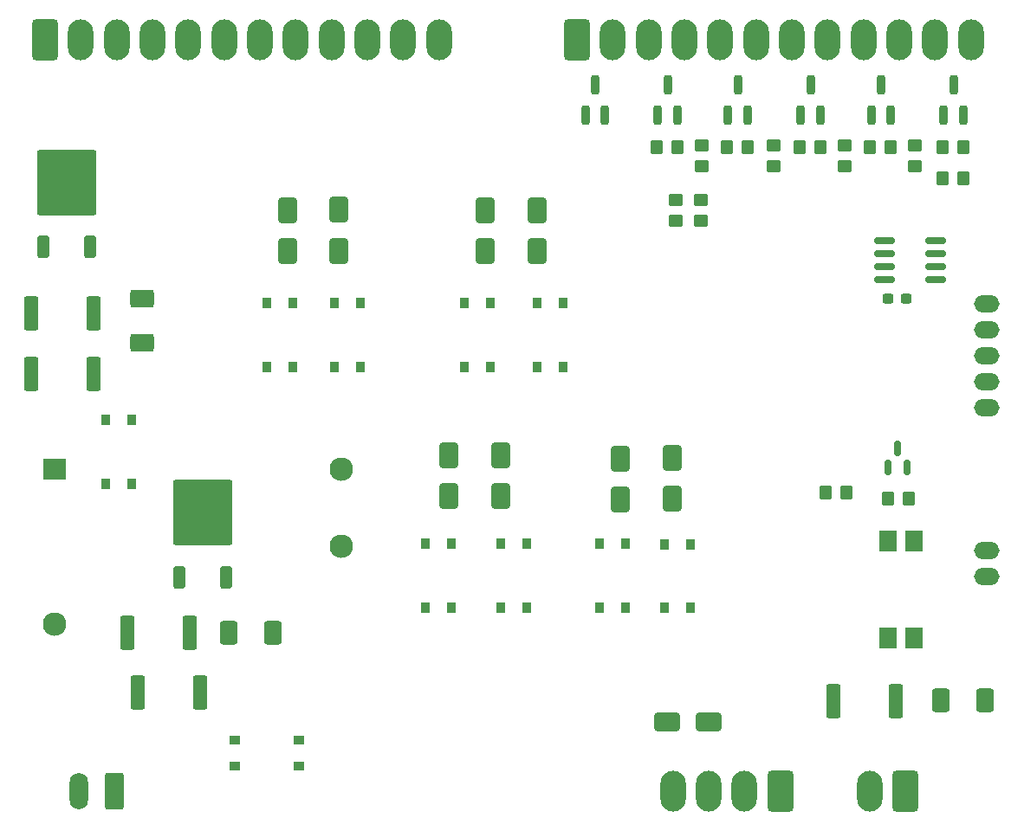
<source format=gbr>
%TF.GenerationSoftware,KiCad,Pcbnew,8.0.2*%
%TF.CreationDate,2024-12-10T14:01:00+01:00*%
%TF.ProjectId,energie,656e6572-6769-4652-9e6b-696361645f70,rev?*%
%TF.SameCoordinates,Original*%
%TF.FileFunction,Soldermask,Bot*%
%TF.FilePolarity,Negative*%
%FSLAX46Y46*%
G04 Gerber Fmt 4.6, Leading zero omitted, Abs format (unit mm)*
G04 Created by KiCad (PCBNEW 8.0.2) date 2024-12-10 14:01:00*
%MOMM*%
%LPD*%
G01*
G04 APERTURE LIST*
G04 Aperture macros list*
%AMRoundRect*
0 Rectangle with rounded corners*
0 $1 Rounding radius*
0 $2 $3 $4 $5 $6 $7 $8 $9 X,Y pos of 4 corners*
0 Add a 4 corners polygon primitive as box body*
4,1,4,$2,$3,$4,$5,$6,$7,$8,$9,$2,$3,0*
0 Add four circle primitives for the rounded corners*
1,1,$1+$1,$2,$3*
1,1,$1+$1,$4,$5*
1,1,$1+$1,$6,$7*
1,1,$1+$1,$8,$9*
0 Add four rect primitives between the rounded corners*
20,1,$1+$1,$2,$3,$4,$5,0*
20,1,$1+$1,$4,$5,$6,$7,0*
20,1,$1+$1,$6,$7,$8,$9,0*
20,1,$1+$1,$8,$9,$2,$3,0*%
G04 Aperture macros list end*
%ADD10RoundRect,0.347223X0.902777X1.652777X-0.902777X1.652777X-0.902777X-1.652777X0.902777X-1.652777X0*%
%ADD11O,2.500000X4.000000*%
%ADD12RoundRect,0.250000X0.650000X1.550000X-0.650000X1.550000X-0.650000X-1.550000X0.650000X-1.550000X0*%
%ADD13O,1.800000X3.600000*%
%ADD14RoundRect,0.347223X-0.902777X-1.652777X0.902777X-1.652777X0.902777X1.652777X-0.902777X1.652777X0*%
%ADD15O,2.500000X1.700000*%
%ADD16R,2.300000X2.000000*%
%ADD17C,2.300000*%
%ADD18RoundRect,0.200000X0.200000X-0.750000X0.200000X0.750000X-0.200000X0.750000X-0.200000X-0.750000X0*%
%ADD19R,1.140000X0.910000*%
%ADD20RoundRect,0.250000X-0.450000X0.350000X-0.450000X-0.350000X0.450000X-0.350000X0.450000X0.350000X0*%
%ADD21RoundRect,0.250000X-0.650000X1.000000X-0.650000X-1.000000X0.650000X-1.000000X0.650000X1.000000X0*%
%ADD22RoundRect,0.250000X0.350000X0.450000X-0.350000X0.450000X-0.350000X-0.450000X0.350000X-0.450000X0*%
%ADD23RoundRect,0.250000X-0.350000X-0.450000X0.350000X-0.450000X0.350000X0.450000X-0.350000X0.450000X0*%
%ADD24RoundRect,0.249999X-0.450001X-1.425001X0.450001X-1.425001X0.450001X1.425001X-0.450001X1.425001X0*%
%ADD25RoundRect,0.250000X0.650000X-1.000000X0.650000X1.000000X-0.650000X1.000000X-0.650000X-1.000000X0*%
%ADD26R,0.910000X1.140000*%
%ADD27RoundRect,0.250000X0.350000X-0.850000X0.350000X0.850000X-0.350000X0.850000X-0.350000X-0.850000X0*%
%ADD28RoundRect,0.249997X2.650003X-2.950003X2.650003X2.950003X-2.650003X2.950003X-2.650003X-2.950003X0*%
%ADD29RoundRect,0.250001X0.612499X0.899999X-0.612499X0.899999X-0.612499X-0.899999X0.612499X-0.899999X0*%
%ADD30RoundRect,0.237500X0.300000X0.237500X-0.300000X0.237500X-0.300000X-0.237500X0.300000X-0.237500X0*%
%ADD31RoundRect,0.250000X1.000000X0.650000X-1.000000X0.650000X-1.000000X-0.650000X1.000000X-0.650000X0*%
%ADD32R,1.780000X2.000000*%
%ADD33RoundRect,0.249999X0.450001X1.425001X-0.450001X1.425001X-0.450001X-1.425001X0.450001X-1.425001X0*%
%ADD34RoundRect,0.250000X0.450000X-0.350000X0.450000X0.350000X-0.450000X0.350000X-0.450000X-0.350000X0*%
%ADD35RoundRect,0.150000X0.825000X0.150000X-0.825000X0.150000X-0.825000X-0.150000X0.825000X-0.150000X0*%
%ADD36RoundRect,0.150000X0.150000X-0.587500X0.150000X0.587500X-0.150000X0.587500X-0.150000X-0.587500X0*%
%ADD37RoundRect,0.250001X-0.899999X0.612499X-0.899999X-0.612499X0.899999X-0.612499X0.899999X0.612499X0*%
G04 APERTURE END LIST*
D10*
%TO.C,J4*%
X153812000Y-130429000D03*
D11*
X150312000Y-130429000D03*
X146812000Y-130429000D03*
X143312000Y-130429000D03*
%TD*%
D12*
%TO.C,J9*%
X88773000Y-130429000D03*
D13*
X85273000Y-130429000D03*
%TD*%
D14*
%TO.C,J1*%
X133950000Y-57000000D03*
D11*
X137450000Y-57000000D03*
X140950000Y-57000000D03*
X144450000Y-57000000D03*
X147950000Y-57000000D03*
X151450000Y-57000000D03*
X154950000Y-57000000D03*
X158450000Y-57000000D03*
X161950000Y-57000000D03*
X165450000Y-57000000D03*
X168950000Y-57000000D03*
X172450000Y-57000000D03*
%TD*%
D15*
%TO.C,J2*%
X173990000Y-92964000D03*
X173990000Y-90424000D03*
X173990000Y-87884000D03*
X173990000Y-85344000D03*
X173990000Y-82804000D03*
%TD*%
D14*
%TO.C,J5*%
X81964500Y-57000000D03*
D11*
X85464500Y-57000000D03*
X88964500Y-57000000D03*
X92464500Y-57000000D03*
X95964500Y-57000000D03*
X99464500Y-57000000D03*
X102964500Y-57000000D03*
X106464500Y-57000000D03*
X109964500Y-57000000D03*
X113464500Y-57000000D03*
X116964500Y-57000000D03*
X120464500Y-57000000D03*
%TD*%
D10*
%TO.C,J3*%
X166060000Y-130429000D03*
D11*
X162560000Y-130429000D03*
%TD*%
D15*
%TO.C,J8*%
X173990000Y-106929000D03*
X173990000Y-109469000D03*
%TD*%
D16*
%TO.C,PS1*%
X82901000Y-98943500D03*
D17*
X82901000Y-114143500D03*
X110901000Y-98943500D03*
X110901000Y-106543500D03*
%TD*%
D18*
%TO.C,D3*%
X150617000Y-64365000D03*
X148717000Y-64365000D03*
X149667000Y-61365000D03*
%TD*%
D19*
%TO.C,U8*%
X106742000Y-125476000D03*
X106742000Y-128016000D03*
X100522000Y-128016000D03*
X100522000Y-125476000D03*
%TD*%
D20*
%TO.C,R24*%
X153162000Y-67337000D03*
X153162000Y-69337000D03*
%TD*%
D21*
%TO.C,D11*%
X138176000Y-97927000D03*
X138176000Y-101927000D03*
%TD*%
D22*
%TO.C,R21*%
X171688000Y-70485000D03*
X169688000Y-70485000D03*
%TD*%
D23*
%TO.C,R2*%
X141748000Y-67437000D03*
X143748000Y-67437000D03*
%TD*%
D24*
%TO.C,R19*%
X80643000Y-83693000D03*
X86743000Y-83693000D03*
%TD*%
D18*
%TO.C,D5*%
X164603000Y-64365000D03*
X162703000Y-64365000D03*
X163653000Y-61365000D03*
%TD*%
D25*
%TO.C,D22*%
X110700000Y-77600000D03*
X110700000Y-73600000D03*
%TD*%
D21*
%TO.C,D13*%
X121401000Y-97578000D03*
X121401000Y-101578000D03*
%TD*%
D26*
%TO.C,U14*%
X132570000Y-88976000D03*
X130030000Y-88976000D03*
X130030000Y-82756000D03*
X132570000Y-82756000D03*
%TD*%
%TO.C,U15*%
X112754000Y-88947000D03*
X110214000Y-88947000D03*
X110214000Y-82727000D03*
X112754000Y-82727000D03*
%TD*%
D27*
%TO.C,D19*%
X86360000Y-77216000D03*
D28*
X84080000Y-70916000D03*
D27*
X81800000Y-77216000D03*
%TD*%
D24*
%TO.C,R16*%
X91057000Y-120777000D03*
X97157000Y-120777000D03*
%TD*%
D20*
%TO.C,R26*%
X146050000Y-72644000D03*
X146050000Y-74644000D03*
%TD*%
%TO.C,R22*%
X167005000Y-67337000D03*
X167005000Y-69337000D03*
%TD*%
D26*
%TO.C,U11*%
X125458000Y-88976000D03*
X122918000Y-88976000D03*
X122918000Y-82756000D03*
X125458000Y-82756000D03*
%TD*%
D18*
%TO.C,D6*%
X171699000Y-64365000D03*
X169799000Y-64365000D03*
X170749000Y-61365000D03*
%TD*%
D22*
%TO.C,R13*%
X166354000Y-101854000D03*
X164354000Y-101854000D03*
%TD*%
D25*
%TO.C,D10*%
X143256000Y-101832000D03*
X143256000Y-97832000D03*
%TD*%
D29*
%TO.C,C12*%
X104219700Y-114960400D03*
X99894700Y-114960400D03*
%TD*%
D24*
%TO.C,R14*%
X159002000Y-121666000D03*
X165102000Y-121666000D03*
%TD*%
D27*
%TO.C,D9*%
X99662600Y-109527000D03*
D28*
X97382600Y-103227000D03*
D27*
X95102600Y-109527000D03*
%TD*%
D20*
%TO.C,R25*%
X146177000Y-67337000D03*
X146177000Y-69337000D03*
%TD*%
D18*
%TO.C,D2*%
X143759000Y-64365000D03*
X141859000Y-64365000D03*
X142809000Y-61365000D03*
%TD*%
D21*
%TO.C,D21*%
X124950000Y-73674000D03*
X124950000Y-77674000D03*
%TD*%
D30*
%TO.C,C3*%
X166089500Y-82296000D03*
X164364500Y-82296000D03*
%TD*%
D31*
%TO.C,D8*%
X146780000Y-123698000D03*
X142780000Y-123698000D03*
%TD*%
D26*
%TO.C,U13*%
X90424000Y-100392000D03*
X87884000Y-100392000D03*
X87884000Y-94172000D03*
X90424000Y-94172000D03*
%TD*%
D32*
%TO.C,U5*%
X166878000Y-115509000D03*
X164338000Y-115509000D03*
X164338000Y-105979000D03*
X166878000Y-105979000D03*
%TD*%
D33*
%TO.C,R18*%
X86743000Y-89662000D03*
X80643000Y-89662000D03*
%TD*%
D23*
%TO.C,R5*%
X162592000Y-67437000D03*
X164592000Y-67437000D03*
%TD*%
D25*
%TO.C,D20*%
X130030000Y-77629000D03*
X130030000Y-73629000D03*
%TD*%
D26*
%TO.C,U9*%
X145034000Y-112562000D03*
X142494000Y-112562000D03*
X142494000Y-106342000D03*
X145034000Y-106342000D03*
%TD*%
D29*
%TO.C,C10*%
X173866500Y-121539000D03*
X169541500Y-121539000D03*
%TD*%
D23*
%TO.C,R12*%
X158258000Y-101219000D03*
X160258000Y-101219000D03*
%TD*%
D26*
%TO.C,U7*%
X121655000Y-112500000D03*
X119115000Y-112500000D03*
X119115000Y-106280000D03*
X121655000Y-106280000D03*
%TD*%
D18*
%TO.C,D4*%
X157729000Y-64365000D03*
X155829000Y-64365000D03*
X156779000Y-61365000D03*
%TD*%
D23*
%TO.C,R4*%
X155718000Y-67437000D03*
X157718000Y-67437000D03*
%TD*%
D18*
%TO.C,D1*%
X136663000Y-64365000D03*
X134763000Y-64365000D03*
X135713000Y-61365000D03*
%TD*%
D24*
%TO.C,R15*%
X90015600Y-115011200D03*
X96115600Y-115011200D03*
%TD*%
D21*
%TO.C,D23*%
X105642000Y-73645000D03*
X105642000Y-77645000D03*
%TD*%
D34*
%TO.C,R1*%
X143637000Y-74660000D03*
X143637000Y-72660000D03*
%TD*%
D35*
%TO.C,U1*%
X168972000Y-76581000D03*
X168972000Y-77851000D03*
X168972000Y-79121000D03*
X168972000Y-80391000D03*
X164022000Y-80391000D03*
X164022000Y-79121000D03*
X164022000Y-77851000D03*
X164022000Y-76581000D03*
%TD*%
D23*
%TO.C,R6*%
X169688000Y-67437000D03*
X171688000Y-67437000D03*
%TD*%
D25*
%TO.C,D12*%
X126481000Y-101578000D03*
X126481000Y-97578000D03*
%TD*%
D36*
%TO.C,Q2*%
X166238000Y-98806000D03*
X164338000Y-98806000D03*
X165288000Y-96931000D03*
%TD*%
D37*
%TO.C,C13*%
X91440000Y-82292500D03*
X91440000Y-86617500D03*
%TD*%
D26*
%TO.C,U10*%
X129021000Y-112500000D03*
X126481000Y-112500000D03*
X126481000Y-106280000D03*
X129021000Y-106280000D03*
%TD*%
D20*
%TO.C,R23*%
X160147000Y-67337000D03*
X160147000Y-69337000D03*
%TD*%
D26*
%TO.C,U6*%
X138684000Y-112500000D03*
X136144000Y-112500000D03*
X136144000Y-106280000D03*
X138684000Y-106280000D03*
%TD*%
%TO.C,U12*%
X106150000Y-88947000D03*
X103610000Y-88947000D03*
X103610000Y-82727000D03*
X106150000Y-82727000D03*
%TD*%
D23*
%TO.C,R3*%
X148606000Y-67437000D03*
X150606000Y-67437000D03*
%TD*%
M02*

</source>
